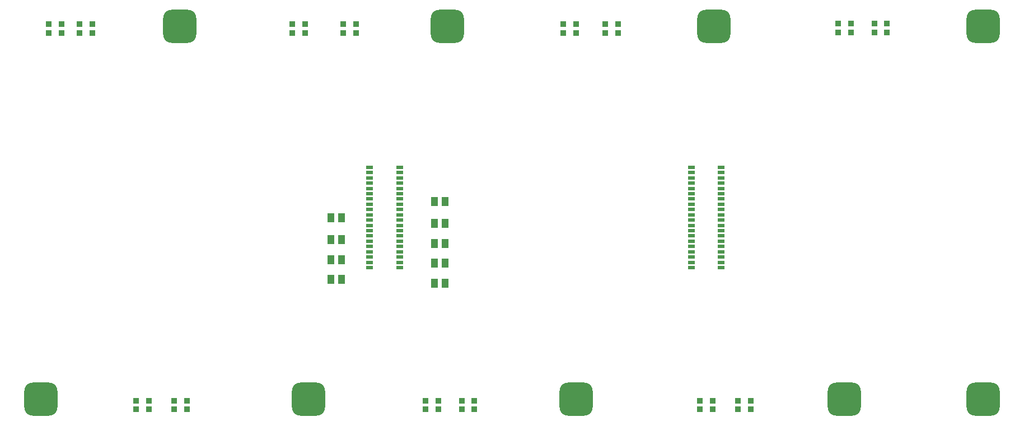
<source format=gtp>
%FSLAX23Y23*%
%MOIN*%
%SFA1B1*%

%IPPOS*%
%AMD17*
4,1,8,0.049200,0.098400,-0.049200,0.098400,-0.098400,0.049200,-0.098400,-0.049200,-0.049200,-0.098400,0.049200,-0.098400,0.098400,-0.049200,0.098400,0.049200,0.049200,0.098400,0.0*
1,1,0.098420,0.049200,0.049200*
1,1,0.098420,-0.049200,0.049200*
1,1,0.098420,-0.049200,-0.049200*
1,1,0.098420,0.049200,-0.049200*
%
%ADD14R,0.039370X0.057090*%
%ADD15R,0.043310X0.019680*%
%ADD16R,0.037400X0.033470*%
G04~CAMADD=17~8~0.0~0.0~1968.5~1968.5~492.1~0.0~15~0.0~0.0~0.0~0.0~0~0.0~0.0~0.0~0.0~0~0.0~0.0~0.0~0.0~1968.5~1968.5*
%ADD17D17*%
%LNbms_sub-1*%
%LPD*%
G54D14*
X2024Y1277D03*
X2089D03*
X2024Y1147D03*
X2089D03*
X2024Y1028D03*
X2089D03*
X2024Y909D03*
X2089D03*
X2706Y1375D03*
X2641D03*
X2706Y1245D03*
X2641D03*
X2706Y1125D03*
X2641D03*
X2706Y1006D03*
X2641D03*
X2706Y887D03*
X2641D03*
G54D15*
X4171Y1578D03*
X4349D03*
X4171Y1547D03*
X4349D03*
X4171Y1515D03*
X4349D03*
X4171Y1484D03*
X4349D03*
X4171Y1452D03*
X4349D03*
X4171Y1421D03*
X4349D03*
X4171Y1389D03*
X4349D03*
X4171Y1358D03*
X4349D03*
X4171Y1326D03*
X4349D03*
X4171Y1295D03*
X4349D03*
X4171Y1263D03*
X4349D03*
X4171Y1232D03*
X4349D03*
X4171Y1200D03*
X4349D03*
X4171Y1169D03*
X4349D03*
X4171Y1137D03*
X4349D03*
X4171Y1106D03*
X4349D03*
X4171Y1074D03*
X4349D03*
X4171Y1043D03*
X4349D03*
X4171Y1011D03*
X4349D03*
X4171Y980D03*
X4349D03*
X2257Y1578D03*
X2435D03*
X2257Y1547D03*
X2435D03*
X2257Y1515D03*
X2435D03*
X2257Y1484D03*
X2435D03*
X2257Y1452D03*
X2435D03*
X2257Y1421D03*
X2435D03*
X2257Y1389D03*
X2435D03*
X2257Y1358D03*
X2435D03*
X2257Y1326D03*
X2435D03*
X2257Y1295D03*
X2435D03*
X2257Y1263D03*
X2435D03*
X2257Y1232D03*
X2435D03*
X2257Y1200D03*
X2435D03*
X2257Y1169D03*
X2435D03*
X2257Y1137D03*
X2435D03*
X2257Y1106D03*
X2435D03*
X2257Y1074D03*
X2435D03*
X2257Y1043D03*
X2435D03*
X2257Y1011D03*
X2435D03*
X2257Y980D03*
X2435D03*
G54D16*
X2804Y136D03*
Y187D03*
X4449Y136D03*
Y187D03*
X2666Y136D03*
Y187D03*
X422Y2429D03*
Y2377D03*
X5121Y2433D03*
Y2381D03*
X1093Y136D03*
Y187D03*
X530Y2429D03*
Y2377D03*
X2100Y2429D03*
Y2377D03*
X5261Y2433D03*
Y2381D03*
X4298Y136D03*
Y187D03*
X3659Y2429D03*
Y2377D03*
X3486Y2429D03*
Y2377D03*
X1873Y2429D03*
Y2377D03*
X941Y136D03*
Y187D03*
X2879Y136D03*
Y187D03*
X4525Y136D03*
Y187D03*
X2590Y136D03*
Y187D03*
X346Y2429D03*
Y2377D03*
X5045Y2433D03*
Y2381D03*
X1169Y136D03*
Y187D03*
X606Y2429D03*
Y2377D03*
X2176Y2429D03*
Y2377D03*
X5337Y2433D03*
Y2381D03*
X4222Y136D03*
Y187D03*
X3735Y2429D03*
Y2377D03*
X3410Y2429D03*
Y2377D03*
X1797Y2429D03*
Y2377D03*
X866Y136D03*
Y187D03*
G54D17*
X5909Y196D03*
Y2417D03*
X5082Y196D03*
X4305Y2417D03*
X3487Y196D03*
X2720Y2417D03*
X1893Y196D03*
X1125Y2417D03*
X299Y196D03*
M02*
</source>
